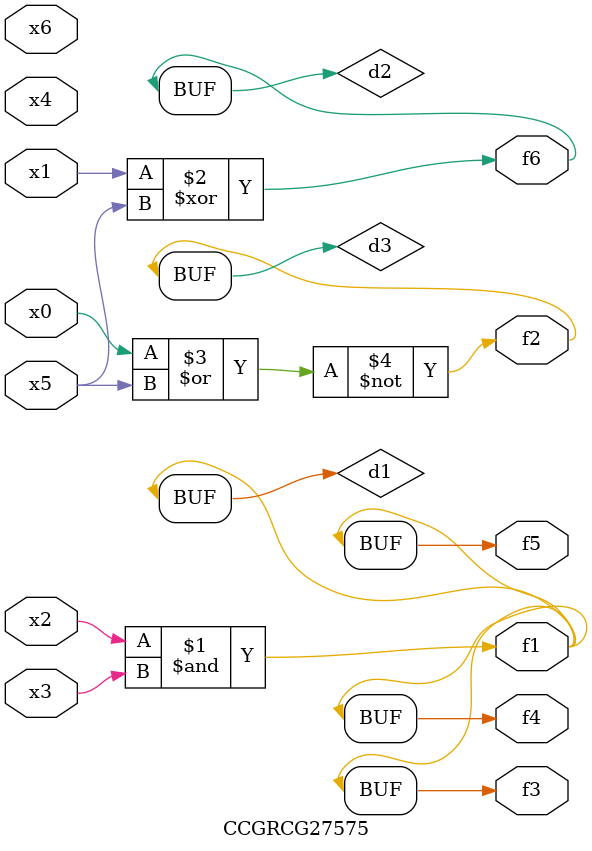
<source format=v>
module CCGRCG27575(
	input x0, x1, x2, x3, x4, x5, x6,
	output f1, f2, f3, f4, f5, f6
);

	wire d1, d2, d3;

	and (d1, x2, x3);
	xor (d2, x1, x5);
	nor (d3, x0, x5);
	assign f1 = d1;
	assign f2 = d3;
	assign f3 = d1;
	assign f4 = d1;
	assign f5 = d1;
	assign f6 = d2;
endmodule

</source>
